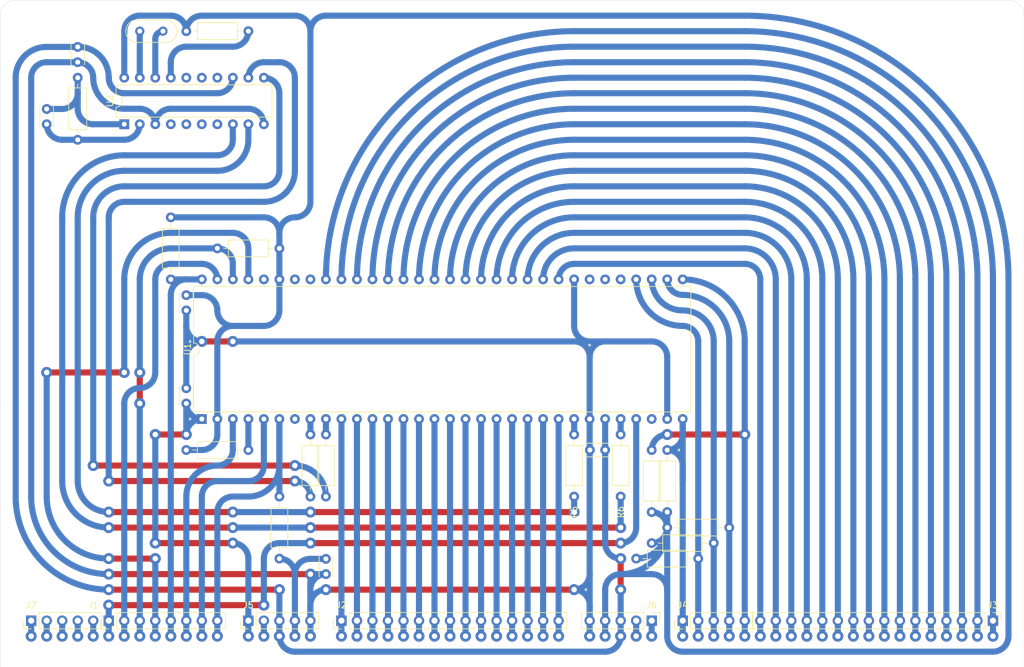
<source format=kicad_pcb>
(kicad_pcb (version 20241229) (generator "pcbnew") (generator_version "9.0")
  (layers (0 "F.Cu" signal) (2 "B.Cu" signal) (13 "F.Paste" user) (15 "B.Paste" user) (5 "F.SilkS" user "F.Silkscreen") (7 "B.SilkS" user "B.Silkscreen") (1 "F.Mask" user) (3 "B.Mask" user) (25 "Edge.Cuts" user))
  (net 0 "")
  (net 1 "Net-(U2-Tank_1)")
  (net 2 "Net-(U2-Tank_2)")
  (net 3 "GND")
  (net 4 "-5V")
  (net 5 "+12V")
  (net 6 "+5V")
  (net 7 "/{slash}HOLD")
  (net 8 "/WAIT")
  (net 9 "/HOLDA")
  (net 10 "/READY")
  (net 11 "/{slash}RESET")
  (net 12 "/DBIN")
  (net 13 "/{slash}WE")
  (net 14 "/{slash}MEMIN")
  (net 15 "/AD10")
  (net 16 "/AD8")
  (net 17 "/AD15")
  (net 18 "/AD3")
  (net 19 "/AD2")
  (net 20 "/AD7")
  (net 21 "/AD13")
  (net 22 "/AD4")
  (net 23 "/AD5")
  (net 24 "/AD14")
  (net 25 "/AD12")
  (net 26 "/AD1")
  (net 27 "/AD9")
  (net 28 "/AD11")
  (net 29 "/AD6")
  (net 30 "/DA5")
  (net 31 "/DA7")
  (net 32 "/DA15")
  (net 33 "/DA8")
  (net 34 "/DA2")
  (net 35 "/DA1")
  (net 36 "/DA14")
  (net 37 "/DA10")
  (net 38 "/DA0")
  (net 39 "/DA6")
  (net 40 "/DA4")
  (net 41 "/DA3")
  (net 42 "/DA13")
  (net 43 "/DA12")
  (net 44 "/DA9")
  (net 45 "/DA11")
  (net 46 "/IC2")
  (net 47 "/IC1")
  (net 48 "/IC3")
  (net 49 "/IC0")
  (net 50 "/IRQ")
  (net 51 "-12V")
  (net 52 "unconnected-(J7-Pin_2-Pad2)")
  (net 53 "unconnected-(J7-Pin_4-Pad4)")
  (net 54 "unconnected-(J7-Pin_5-Pad5)")
  (net 55 "unconnected-(J7-Pin_1-Pad1)")
  (net 56 "unconnected-(J7-Pin_3-Pad3)")
  (net 57 "Net-(U1-LOAD)")
  (net 58 "Net-(U1-PHI1)")
  (net 59 "Net-(U2-PHI1)")
  (net 60 "Net-(U2-PHI2)")
  (net 61 "Net-(U1-PHI2)")
  (net 62 "Net-(U1-PHI4)")
  (net 63 "Net-(U2-PHI4)")
  (net 64 "Net-(U1-PHI3)")
  (net 65 "Net-(U2-PHI3)")
  (net 66 "Net-(U2-OSCIN)")
  (net 80 "Net-(U2-XTAL_2)")
  (net 82 "Net-(U2-XTAL_1)")
  (footprint "Capacitor_THT:C_Disc_D3.0mm_W2.0mm_P2.50mm" (layer "F.Cu") (at 469.9 241.3 90)
    (property "Reference" "C2" (hide yes))
    (property "Value" "104")
  )
  (footprint "Resistor_THT:R_Axial_DIN0207_L6.3mm_D2.5mm_P10.16mm_Horizontal" (layer "F.Cu") (at 480.06 180.34 180)
    (property "Reference" "R7" (hide yes))
    (property "Value" "1k")
  )
  (footprint "Resistor_THT:R_Axial_DIN0207_L6.3mm_D2.5mm_P10.16mm_Horizontal" (layer "F.Cu") (at 546.1 248.92 -90)
    (property "Reference" "R12" (hide yes))
    (property "Value" "4.7k")
  )
  (footprint "Capacitor_THT:C_Disc_D3.0mm_W2.0mm_P2.50mm" (layer "F.Cu") (at 492.76 266.74 -90)
    (property "Reference" "C6" (hide yes))
    (property "Value" "104")
  )
  (footprint "Connector_PinHeader_2.54mm:PinHeader_1x05_P2.54mm_Vertical" (layer "F.Cu") (at 480.06 276.86 90)
    (property "Reference" "J5")
    (property "Value" "Conn_01x05_Pin" (hide yes))
  )
  (footprint "Connector_PinHeader_2.54mm:PinHeader_1x15_P2.54mm_Vertical" (layer "F.Cu") (at 495.3 276.86 90)
    (property "Reference" "J2")
    (property "Value" "Conn_01x15_Pin" (hide yes))
  )
  (footprint "Resistor_THT:R_Axial_DIN0207_L6.3mm_D2.5mm_P10.16mm_Horizontal" (layer "F.Cu") (at 548.64 248.92 -90)
    (property "Reference" "R8" (hide yes))
    (property "Value" "4.7k")
  )
  (footprint "Resistor_THT:R_Axial_DIN0207_L6.3mm_D2.5mm_P10.16mm_Horizontal" (layer "F.Cu") (at 467.36 220.98 90)
    (property "Reference" "R13" (hide yes))
    (property "Value" "1k")
  )
  (footprint "Resistor_THT:R_Axial_DIN0207_L6.3mm_D2.5mm_P10.16mm_Horizontal" (layer "F.Cu") (at 492.76 256.54 90)
    (property "Reference" "R4" (hide yes))
    (property "Value" "22")
  )
  (footprint "Resistor_THT:R_Axial_DIN0207_L6.3mm_D2.5mm_P10.16mm_Horizontal" (layer "F.Cu") (at 485.14 266.7 90)
    (property "Reference" "R2" (hide yes))
    (property "Value" "1k")
  )
  (footprint "Resistor_THT:R_Axial_DIN0207_L6.3mm_D2.5mm_P10.16mm_Horizontal" (layer "F.Cu") (at 533.4 256.54 90)
    (property "Reference" "R5")
    (property "Value" "22")
  )
  (footprint "Connector_PinHeader_2.54mm:PinHeader_1x16_P2.54mm_Vertical" (layer "F.Cu") (at 601.98 276.86 -90)
    (property "Reference" "J3")
    (property "Value" "Conn_01x16_Pin" (hide yes))
  )
  (footprint "Capacitor_THT:C_Disc_D3.0mm_W2.0mm_P2.50mm" (layer "F.Cu") (at 469.9 223.56 -90)
    (property "Reference" "C4" (hide yes))
    (property "Value" "104")
  )
  (footprint "Capacitor_THT:C_Disc_D3.0mm_W2.0mm_P2.50mm" (layer "F.Cu") (at 452.12 182.92 -90)
    (property "Reference" "C3" (hide yes))
    (property "Value" "104")
  )
  (footprint "Resistor_THT:R_Axial_DIN0207_L6.3mm_D2.5mm_P10.16mm_Horizontal" (layer "F.Cu") (at 469.9 248.92)
    (property "Reference" "R1" (hide yes))
    (property "Value" "1k")
  )
  (footprint "Resistor_THT:R_Axial_DIN0207_L6.3mm_D2.5mm_P10.16mm_Horizontal" (layer "F.Cu") (at 490.22 256.54 90)
    (property "Reference" "R3" (hide yes))
    (property "Value" "22")
  )
  (footprint "Capacitor_THT:C_Disc_D3.0mm_W2.0mm_P2.50mm" (layer "F.Cu") (at 447.04 193.08 -90)
    (property "Reference" "C1" (hide yes))
    (property "Value" "1pF")
  )
  (footprint "Crystal:Crystal_HC52-U_Vertical" (layer "F.Cu") (at 466.08 180.34 180)
    (property "Reference" "Y1" (hide yes))
    (property "Value" "16MHz")
  )
  (footprint "Package_DIP:DIP-64_W22.86mm" (layer "F.Cu") (at 472.44 243.84 90)
    (property "Reference" "U1")
    (property "Value" "TMS9900")
  )
  (footprint "Connector_PinHeader_2.54mm:PinHeader_1x05_P2.54mm_Vertical" (layer "F.Cu") (at 444.5 276.86 90)
    (property "Reference" "J7")
    (property "Value" "Conn_01x05_Pin" (hide yes))
  )
  (footprint "Resistor_THT:R_Axial_DIN0207_L6.3mm_D2.5mm_P10.16mm_Horizontal" (layer "F.Cu") (at 541.02 256.54 90)
    (property "Reference" "R6")
    (property "Value" "22")
  )
  (footprint "Connector_PinHeader_2.54mm:PinHeader_1x08_P2.54mm_Vertical" (layer "F.Cu") (at 457.2 276.86 90)
    (property "Reference" "J1")
    (property "Value" "Conn_01x08_Pin" (hide yes))
  )
  (footprint "Inductor_THT:L_Axial_L6.6mm_D2.7mm_P10.16mm_Horizontal_Vishay_IM-2" (layer "F.Cu") (at 452.12 187.96 -90)
    (property "Reference" "L1" (hide yes))
    (property "Value" "1uH")
  )
  (footprint "Resistor_THT:R_Axial_DIN0207_L6.3mm_D2.5mm_P10.16mm_Horizontal" (layer "F.Cu") (at 556.26 264.16 180)
    (property "Reference" "R10" (hide yes))
    (property "Value" "4.7k")
  )
  (footprint "Package_DIP:DIP-20_W7.62mm" (layer "F.Cu") (at 459.74 195.58 90)
    (property "Reference" "U2")
    (property "Value" "TMS9904")
  )
  (footprint "Connector_PinHeader_2.54mm:PinHeader_1x05_P2.54mm_Vertical" (layer "F.Cu") (at 551.18 276.86 90)
    (property "Reference" "J4")
    (property "Value" "Conn_01x05_Pin" (hide yes))
  )
  (footprint "Capacitor_THT:C_Disc_D3.0mm_W2.0mm_P2.50mm" (layer "F.Cu") (at 538.48 248.92 180)
    (property "Reference" "C5" (hide yes))
    (property "Value" "104")
  )
  (footprint "Resistor_THT:R_Axial_DIN0207_L6.3mm_D2.5mm_P10.16mm_Horizontal" (layer "F.Cu") (at 553.72 266.7 180)
    (property "Reference" "R9" (hide yes))
    (property "Value" "4.7k")
  )
  (footprint "Resistor_THT:R_Axial_DIN0207_L6.3mm_D2.5mm_P10.16mm_Horizontal" (layer "F.Cu") (at 474.98 215.9)
    (property "Reference" "R14" (hide yes))
    (property "Value" "1k")
  )
  (footprint "Resistor_THT:R_Axial_DIN0207_L6.3mm_D2.5mm_P10.16mm_Horizontal" (layer "F.Cu") (at 558.8 261.62 180)
    (property "Reference" "R11" (hide yes))
    (property "Value" "4.7k")
  )
  (footprint "Connector_PinHeader_2.54mm:PinHeader_1x05_P2.54mm_Vertical" (layer "F.Cu") (at 546.1 276.86 -90)
    (property "Reference" "J6")
    (property "Value" "Conn_01x05_Pin" (hide yes))
  )
  (gr_line (start 607.06 281.94) (end 607.06 284.48) (stroke (width 0.05)) (layer "Edge.Cuts"))
  (gr_line (start 441.96 175.26) (end 444.5 175.26) (stroke (width 0.05)) (layer "Edge.Cuts"))
  (gr_arc (start 604.52 175.26) (mid 606.316051 176.003949) (end 607.06 177.8) (stroke (width 0.05)) (layer "Edge.Cuts"))
  (gr_line (start 604.52 175.26) (end 444.5 175.26) (stroke (width 0.05)) (layer "Edge.Cuts"))
  (gr_line (start 607.06 284.48) (end 439.42 284.48) (stroke (width 0.05)) (layer "Edge.Cuts"))
  (gr_line (start 439.42 241.3) (end 439.42 177.8) (stroke (width 0.05)) (layer "Edge.Cuts"))
  (gr_line (start 439.42 284.48) (end 439.42 281.94) (stroke (width 0.05)) (layer "Edge.Cuts"))
  (gr_arc (start 439.42 177.8) (mid 440.163949 176.003949) (end 441.96 175.26) (stroke (width 0.05)) (layer "Edge.Cuts"))
  (gr_line (start 439.42 281.94) (end 439.42 241.3) (stroke (width 0.05)) (layer "Edge.Cuts"))
  (gr_line (start 607.06 281.94) (end 607.06 182.88) (stroke (width 0.05)) (layer "Edge.Cuts"))
  (gr_line (start 607.06 182.88) (end 607.06 177.8) (stroke (width 0.05)) (layer "Edge.Cuts"))
  (segment (start 452.12 190.5) (end 452.12 187.96) (width 1) (layer "B.Cu") (net 1))
  (segment (start 459.74 195.58) (end 454.66 195.58) (width 1) (layer "B.Cu") (net 1))
  (segment (start 447.04 193.08) (end 449.54 193.08) (width 1) (layer "B.Cu") (net 1))
  (segment (start 452.12 193.04) (end 452.12 190.5) (width 1) (layer "B.Cu") (net 1))
  (arc (start 454.66 195.58) (mid 452.863949 194.836051) (end 452.12 193.04) (width 1) (layer "B.Cu") (net 1))
  (arc (start 449.54 193.08) (mid 451.364335 192.324335) (end 452.12 190.5) (width 1) (layer "B.Cu") (net 1))
  (segment (start 459.74 198.12) (end 452.12 198.12) (width 1) (layer "B.Cu") (net 2))
  (segment (start 452.12 198.12) (end 449.58 198.12) (width 1) (layer "B.Cu") (net 2))
  (arc (start 449.58 198.12) (mid 447.783949 197.376051) (end 447.04 195.58) (width 1) (layer "B.Cu") (net 2))
  (arc (start 462.28 195.58) (mid 461.536051 197.376051) (end 459.74 198.12) (width 1) (layer "B.Cu") (net 2))
  (segment (start 457.2 269.24) (end 490.22 269.24) (width 1) (layer "F.Cu") (net 3))
  (segment (start 477.52 231.14) (end 472.44 231.14) (width 1) (layer "F.Cu") (net 3))
  (segment (start 492.76 271.78) (end 533.4 271.78) (width 1) (layer "F.Cu") (net 3))
  (via (at 533.4 271.78) (size 1.8) (drill 0.9) (layers "F.Cu" "B.Cu") (net 3))
  (via (at 457.2 269.24) (size 1.8) (drill 0.9) (layers "F.Cu" "B.Cu") (net 3))
  (via (at 472.44 231.14) (size 1.8) (drill 0.9) (layers "F.Cu" "B.Cu") (net 3))
  (via (at 490.22 279.4) (size 1.8) (drill 0.9) (layers "F.Cu" "B.Cu") (net 3))
  (via (at 477.52 231.14) (size 1.8) (drill 0.9) (layers "F.Cu" "B.Cu") (net 3))
  (via (at 535.94 279.4) (size 1.8) (drill 0.9) (layers "F.Cu" "B.Cu") (net 3))
  (via (at 492.76 271.78) (size 1.8) (drill 0.9) (layers "F.Cu" "B.Cu") (net 3))
  (via (at 490.22 269.24) (size 1.8) (drill 0.9) (layers "F.Cu" "B.Cu") (net 3))
  (segment (start 535.94 276.86) (end 535.94 274.32) (width 1) (layer "B.Cu") (net 3))
  (segment (start 444.5 187.96) (end 444.5 256.54) (width 1) (layer "B.Cu") (net 3))
  (segment (start 492.76 269.24) (end 490.22 269.24) (width 1) (layer "B.Cu") (net 3))
  (segment (start 535.94 279.4) (end 535.94 276.86) (width 1) (layer "B.Cu") (net 3))
  (segment (start 452.12 185.42) (end 447.04 185.42) (width 1) (layer "B.Cu") (net 3))
  (segment (start 535.94 243.84) (end 535.94 233.68) (width 1) (layer "B.Cu") (net 3))
  (segment (start 490.22 276.86) (end 490.22 270.727898) (width 1) (layer "B.Cu") (net 3))
  (segment (start 490.22 269.24) (end 490.22 271.78) (width 1) (layer "B.Cu") (net 3))
  (segment (start 469.9 228.6) (end 469.9 226.06) (width 1) (layer "B.Cu") (net 3))
  (segment (start 469.9 238.8) (end 469.9 233.68) (width 1) (layer "B.Cu") (net 3))
  (segment (start 533.4 228.6) (end 533.4 220.98) (width 1) (layer "B.Cu") (net 3))
  (segment (start 535.94 248.96) (end 535.94 269.24) (width 1) (layer "B.Cu") (net 3))
  (segment (start 480.06 193.04) (end 467.36 193.04) (width 1) (layer "B.Cu") (net 3))
  (segment (start 535.94 269.24) (end 535.94 276.86) (width 1) (layer "B.Cu") (net 3))
  (segment (start 538.48 231.14) (end 535.94 231.14) (width 1) (layer "B.Cu") (net 3))
  (segment (start 546.1 231.14) (end 538.48 231.14) (width 1) (layer "B.Cu") (net 3))
  (segment (start 469.9 233.68) (end 469.9 228.6) (width 1) (layer "B.Cu") (net 3))
  (segment (start 459.739994 193.04) (end 462.28 193.04) (width 1) (layer "B.Cu") (net 3))
  (segment (start 548.64 243.84) (end 548.64 233.68) (width 1) (layer "B.Cu") (net 3))
  (segment (start 535.94 243.84) (end 535.94 248.88) (width 1) (layer "B.Cu") (net 3))
  (segment (start 533.4 231.14) (end 477.52 231.14) (width 1) (layer "B.Cu") (net 3))
  (segment (start 490.22 279.4) (end 490.22 276.86) (width 1) (layer "B.Cu") (net 3))
  (segment (start 490.22 276.86) (end 490.22 274.32) (width 1) (layer "B.Cu") (net 3))
  (segment (start 490.22 271.78) (end 490.22 276.86) (width 1) (layer "B.Cu") (net 3))
  (arc (start 454.66 187.96) (mid 456.147896 191.552104) (end 459.739994 193.04) (width 1) (layer "B.Cu") (net 3))
  (arc (start 492.76 269.24) (mid 490.963949 269.983949) (end 490.22 271.78) (width 1) (layer "B.Cu") (net 3))
  (arc (start 535.98 248.92) (mid 535.951716 248.931716) (end 535.94 248.96) (width 1) (layer "B.Cu") (net 3))
  (arc (start 462.28 193.04) (mid 464.076051 193.783949) (end 464.82 195.58) (width 1) (layer "B.Cu") (net 3))
  (arc (start 535.94 248.88) (mid 535.951716 248.908284) (end 535.98 248.92) (width 1) (layer "B.Cu") (net 3))
  (arc (start 535.94 233.68) (mid 535.196051 231.883949) (end 533.4 231.14) (width 1) (layer "B.Cu") (net 3))
  (arc (start 482.6 195.58) (mid 481.856051 193.783949) (end 480.06 193.04) (width 1) (layer "B.Cu") (net 3))
  (arc (start 490.22 274.32) (mid 490.963949 272.523949) (end 492.76 271.78) (width 1) (layer "B.Cu") (net 3))
  (arc (start 533.4 271.78) (mid 535.196051 271.036051) (end 535.94 269.24) (width 1) (layer "B.Cu") (net 3))
  (arc (start 452.12 185.42) (mid 453.916051 186.163949) (end 454.66 187.96) (width 1) (layer "B.Cu") (net 3))
  (arc (start 444.5 256.54) (mid 448.219744 265.520256) (end 457.2 269.24) (width 1) (layer "B.Cu") (net 3))
  (arc (start 447.04 185.42) (mid 445.243949 186.163949) (end 444.5 187.96) (width 1) (layer "B.Cu") (net 3))
  (arc (start 535.94 274.32) (mid 535.196051 272.523949) (end 533.4 271.78) (width 1) (layer "B.Cu") (net 3))
  (arc (start 472.44 231.14) (mid 470.643949 231.883949) (end 469.9 233.68) (width 1) (layer "B.Cu") (net 3))
  (arc (start 548.64 233.68) (mid 547.896051 231.883949) (end 546.1 231.14) (width 1) (layer "B.Cu") (net 3))
  (arc (start 535.94 233.68) (mid 536.683949 231.883949) (end 538.48 231.14) (width 1) (layer "B.Cu") (net 3))
  (arc (start 472.44 231.14) (mid 470.643949 230.396051) (end 469.9 228.6) (width 1) (layer "B.Cu") (net 3))
  (arc (start 535.94 231.14) (mid 534.143949 230.396051) (end 533.4 228.6) (width 1) (layer "B.Cu") (net 3))
  (arc (start 490.22 270.727898) (mid 490.437898 270.201847) (end 490.963949 269.983949) (width 1) (layer "B.Cu") (net 3))
  (arc (start 467.36 193.04) (mid 465.563949 193.783949) (end 464.82 195.58) (width 1) (layer "B.Cu") (net 3))
  (segment (start 464.82 246.38) (end 469.9 246.38) (width 1) (layer "F.Cu") (net 4))
  (segment (start 477.52 264.16) (end 464.82 264.16) (width 1) (layer "F.Cu") (net 4))
  (via (at 469.9 246.38) (size 1.8) (drill 0.9) (layers "F.Cu" "B.Cu") (net 4))
  (via (at 464.82 264.16) (size 1.8) (drill 0.9) (layers "F.Cu" "B.Cu") (net 4))
  (via (at 477.52 264.16) (size 1.8) (drill 0.9) (layers "F.Cu" "B.Cu") (net 4))
  (via (at 480.06 279.4) (size 1.8) (drill 0.9) (layers "F.Cu" "B.Cu") (net 4))
  (via (at 464.82 246.38) (size 1.8) (drill 0.9) (layers "F.Cu" "B.Cu") (net 4))
  (via (at 546.1 279.4) (size 1.8) (drill 0.9) (layers "F.Cu" "B.Cu") (net 4))
  (segment (start 480.06 276.86) (end 480.06 266.7) (width 1) (layer "B.Cu") (net 4))
  (segment (start 546.1 279.4) (end 546.1 276.86) (width 1) (layer "B.Cu") (net 4))
  (segment (start 464.82 264.16) (end 464.82 246.38) (width 1) (layer "B.Cu") (net 4))
  (segment (start 469.9 246.38) (end 469.9 241.3) (width 1) (layer "B.Cu") (net 4))
  (segment (start 480.06 279.4) (end 480.06 276.86) (width 1) (layer "B.Cu") (net 4))
  (arc (start 472.44 243.84) (mid 470.643949 243.096051) (end 469.9 241.3) (width 1) (layer "B.Cu") (net 4))
  (arc (start 480.06 266.7) (mid 479.316051 264.903949) (end 477.52 264.16) (width 1) (layer "B.Cu") (net 4))
  (arc (start 472.44 243.84) (mid 470.643949 244.583949) (end 469.9 246.38) (width 1) (layer "B.Cu") (net 4))
  (segment (start 485.14 271.78) (end 457.2 271.78) (width 1) (layer "F.Cu") (net 5))
  (segment (start 541.02 271.78) (end 541.02 266.7) (width 1) (layer "F.Cu") (net 5))
  (via (at 457.2 271.78) (size 1.8) (drill 0.9) (layers "F.Cu" "B.Cu") (net 5))
  (via (at 541.02 266.7) (size 1.8) (drill 0.9) (layers "F.Cu" "B.Cu") (net 5))
  (via (at 485.14 271.78) (size 1.8) (drill 0.9) (layers "F.Cu" "B.Cu") (net 5))
  (via (at 541.02 279.4) (size 1.8) (drill 0.9) (layers "F.Cu" "B.Cu") (net 5))
  (via (at 485.14 279.4) (size 1.8) (drill 0.9) (layers "F.Cu" "B.Cu") (net 5))
  (via (at 541.02 271.78) (size 1.8) (drill 0.9) (layers "F.Cu" "B.Cu") (net 5))
  (segment (start 538.48 248.92) (end 538.48 243.84) (width 1) (layer "B.Cu") (net 5))
  (segment (start 485.14 276.86) (end 485.14 271.78) (width 1) (layer "B.Cu") (net 5))
  (segment (start 487.68 281.94) (end 538.48 281.94) (width 1) (layer "B.Cu") (net 5))
  (segment (start 474.98 190.5) (end 459.74 190.5) (width 1) (layer "B.Cu") (net 5))
  (segment (start 485.14 279.4) (end 485.14 276.86) (width 1) (layer "B.Cu") (net 5))
  (segment (start 441.96 256.54) (end 441.96 187.96) (width 1) (layer "B.Cu") (net 5))
  (segment (start 541.02 276.86) (end 541.02 271.78) (width 1) (layer "B.Cu") (net 5))
  (segment (start 541.02 279.4) (end 541.02 276.86) (width 1) (layer "B.Cu") (net 5))
  (segment (start 457.2 187.96) (end 457.2 187.919997) (width 1) (layer "B.Cu") (net 5))
  (segment (start 538.48 248.92) (end 538.48 264.16) (width 1) (layer "B.Cu") (net 5))
  (segment (start 447 182.92) (end 452.12 182.92) (width 1) (layer "B.Cu") (net 5))
  (arc (start 459.74 190.5) (mid 457.943949 189.756051) (end 457.2 187.96) (width 1) (layer "B.Cu") (net 5))
  (arc (start 485.14 279.4) (mid 485.883949 281.196051) (end 487.68 281.94) (width 1) (layer "B.Cu") (net 5))
  (arc (start 452.16 182.88) (mid 452.131716 182.891716) (end 452.12 182.92) (width 1) (layer "B.Cu") (net 5))
  (arc (start 538.48 281.94) (mid 540.276051 281.196051) (end 541.02 279.4) (width 1) (layer "B.Cu") (net 5))
  (arc (start 441.96 187.96) (mid 443.436182 184.396182) (end 447 182.92) (width 1) (layer "B.Cu") (net 5))
  (arc (start 538.48 264.16) (mid 539.223949 265.956051) (end 541.02 266.7) (width 1) (layer "B.Cu") (net 5))
  (arc (start 457.2 271.78) (mid 446.423693 267.316307) (end 441.96 256.54) (width 1) (layer "B.Cu") (net 5))
  (arc (start 477.52 187.96) (mid 476.776051 189.756051) (end 474.98 190.5) (width 1) (layer "B.Cu") (net 5))
  (arc (start 457.2 187.919997) (mid 455.723819 184.356181) (end 452.16 182.88) (width 1) (layer "B.Cu") (net 5))
  (via (at 487.68 279.4) (size 1.8) (drill 0.9) (layers "F.Cu" "B.Cu") (net 6))
  (via (at 538.48 279.4) (size 1.8) (drill 0.9) (layers "F.Cu" "B.Cu") (net 6))
  (segment (start 551.18 281.94) (end 601.98 281.94) (width 1) (layer "B.Cu") (net 6))
  (segment (start 472.44 248.92) (end 469.9 248.92) (width 1) (layer "B.Cu") (net 6))
  (segment (start 487.68 269.24) (end 487.68 269.2) (width 1) (layer "B.Cu") (net 6))
  (segment (start 459.74 180.34) (end 459.74 187.96) (width 1) (layer "B.Cu") (net 6))
  (segment (start 474.98 243.84) (end 474.98 246.38) (width 1) (layer "B.Cu") (net 6))
  (segment (start 485.14 226.06) (end 485.14 220.98) (width 1) (layer "B.Cu") (net 6))
  (segment (start 487.68 279.4) (end 487.68 276.86) (width 1) (layer "B.Cu") (net 6))
  (segment (start 469.9 223.56) (end 472.48 223.56) (width 1) (layer "B.Cu") (net 6))
  (segment (start 541.02 269.24) (end 546.1 269.24) (width 1) (layer "B.Cu") (net 6))
  (segment (start 490.22 208.28) (end 490.22 182.88) (width 1) (layer "B.Cu") (net 6))
  (segment (start 492.76 266.74) (end 490.18 266.74) (width 1) (layer "B.Cu") (net 6))
  (segment (start 538.48 279.4) (end 538.48 276.86) (width 1) (layer "B.Cu") (net 6))
  (segment (start 548.64 261.62) (end 548.64 271.78) (width 1) (layer "B.Cu") (net 6))
  (segment (start 490.22 182.88) (end 490.22 180.34) (width 1) (layer "B.Cu") (net 6))
  (segment (start 548.64 271.78) (end 548.64 279.4) (width 1) (layer "B.Cu") (net 6))
  (segment (start 485.14 215.9) (end 485.14 220.98) (width 1) (layer "B.Cu") (net 6))
  (segment (start 467.36 177.8) (end 462.28 177.8) (width 1) (layer "B.Cu") (net 6))
  (segment (start 474.98 243.84) (end 474.98 231.14) (width 1) (layer "B.Cu") (net 6))
  (segment (start 561.34 177.8) (end 492.76 177.8) (width 1) (layer "B.Cu") (net 6))
  (segment (start 485.14 215.9) (end 485.14 213.36) (width 1) (layer "B.Cu") (net 6))
  (segment (start 482.6 210.82) (end 467.36 210.82) (width 1) (layer "B.Cu") (net 6))
  (segment (start 604.52 279.4) (end 604.52 220.98) (width 1) (layer "B.Cu") (net 6))
  (segment (start 548.64 259.08) (end 548.64 261.62) (width 1) (layer "B.Cu") (net 6))
  (segment (start 477.52 228.6) (end 482.6 228.6) (width 1) (layer "B.Cu") (net 6))
  (segment (start 487.68 177.8) (end 472.44 177.8) (width 1) (layer "B.Cu") (net 6))
  (segment (start 487.68 269.24) (end 487.68 276.86) (width 1) (layer "B.Cu") (net 6))
  (segment (start 538.48 276.86) (end 538.48 271.78) (width 1) (layer "B.Cu") (net 6))
  (arc (start 490.18 266.74) (mid 488.412233 267.472233) (end 487.68 269.24) (width 1) (layer "B.Cu") (net 6))
  (arc (start 485.14 213.36) (mid 484.396051 211.563949) (end 482.6 210.82) (width 1) (layer "B.Cu") (net 6))
  (arc (start 472.44 177.8) (mid 470.643949 178.543949) (end 469.9 180.34) (width 1) (layer "B.Cu") (net 6))
  (arc (start 482.6 228.6) (mid 484.396051 227.856051) (end 485.14 226.06) (width 1) (layer "B.Cu") (net 6))
  (arc (start 487.68 210.82) (mid 489.476051 210.076051) (end 490.22 208.28) (width 1) (layer "B.Cu") (net 6))
  (arc (start 546.1 259.08) (mid 547.896051 259.823949) (end 548.64 261.62) (width 1) (layer "B.Cu") (net 6))
  (arc (start 546.1 264.16) (mid 547.896051 263.416051) (end 548.64 261.62) (width 1) (layer "B.Cu") (net 6))
  (arc (start 541.02 269.24) (mid 546.408154 267.008154) (end 548.64 261.62) (width 1) (layer "B.Cu") (net 6))
  (arc (start 485.14 213.36) (mid 485.883949 211.563949) (end 487.68 210.82) (width 1) (layer "B.Cu") (net 6))
  (arc (start 548.64 279.4) (mid 549.383949 281.196051) (end 551.18 281.94) (width 1) (layer "B.Cu") (net 6))
  (arc (start 472.48 223.56) (mid 474.247767 224.292233) (end 474.98 226.06) (width 1) (layer "B.Cu") (net 6))
  (arc (start 462.28 177.8) (mid 460.483949 178.543949) (end 459.74 180.34) (width 1) (layer "B.Cu") (net 6))
  (arc (start 474.98 246.38) (mid 474.236051 248.176051) (end 472.44 248.92) (width 1) (layer "B.Cu") (net 6))
  (arc (start 490.22 180.34) (mid 489.476051 178.543949) (end 487.68 177.8) (width 1) (layer "B.Cu") (net 6))
  (arc (start 538.48 271.78) (mid 539.223949 269.983949) (end 541.02 269.24) (width 1) (layer "B.Cu") (net 6))
  (arc (start 474.98 226.06) (mid 475.723949 227.856051) (end 477.52 228.6) (width 1) (layer "B.Cu") (net 6))
  (arc (start 492.76 177.8) (mid 490.963949 178.543949) (end 490.22 180.34) (width 1) (layer "B.Cu") (net 6))
  (arc (start 601.98 281.94) (mid 603.776051 281.196051) (end 604.52 279.4) (width 1) (layer "B.Cu") (net 6))
  (arc (start 604.52 220.98) (mid 591.872871 190.447129) (end 561.34 177.8) (width 1) (layer "B.Cu") (net 6))
  (arc (start 546.1 269.24) (mid 547.896051 269.983949) (end 548.64 271.78) (width 1) (layer "B.Cu") (net 6))
  (arc (start 485.14 266.7) (mid 486.936051 267.443949) (end 487.68 269.24) (width 1) (layer "B.Cu") (net 6))
  (arc (start 469.9 180.34) (mid 469.156051 178.543949) (end 467.36 177.8) (width 1) (layer "B.Cu") (net 6))
  (arc (start 543.56 266.7) (mid 547.152102 265.212102) (end 548.64 261.62) (width 1) (layer "B.Cu") (net 6))
  (arc (start 474.98 231.14) (mid 475.723949 229.343949) (end 477.52 228.6) (width 1) (layer "B.Cu") (net 6))
  (via (at 467.36 279.4) (size 1.8) (drill 0.9) (layers "F.Cu" "B.Cu") (net 7))
  (segment (start 469.9 220.98) (end 467.36 220.98) (width 1) (layer "B.Cu") (net 7))
  (segment (start 472.44 220.98) (end 469.9 220.98) (width 1) (layer "B.Cu") (net 7))
  (segment (start 467.36 279.4) (end 467.36 276.86) (width 1) (layer "B.Cu") (net 7))
  (segment (start 467.36 223.52) (end 467.36 276.86) (width 1) (layer "B.Cu") (net 7))
  (arc (start 467.36 223.52) (mid 468.103949 221.723949) (end 469.9 220.98) (width 1) (layer "B.Cu") (net 7))
  (via (at 469.9 279.4) (size 1.8) (drill 0.9) (layers "F.Cu" "B.Cu") (net 8))
  (segment (start 469.9 279.4) (end 469.9 276.86) (width 1) (layer "B.Cu") (net 8))
  (segment (start 477.52 248.92) (end 477.52 243.84) (width 1) (layer "B.Cu") (net 8))
  (segment (start 469.9 256.54) (end 469.9 276.86) (width 1) (layer "B.Cu") (net 8))
  (arc (start 474.98 251.46) (mid 476.776051 250.716051) (end 477.52 248.92) (width 1) (layer "B.Cu") (net 8))
  (arc (start 469.9 256.540003) (mid 471.387898 252.947898) (end 474.98 251.46) (width 1) (layer "B.Cu") (net 8))
  (via (at 472.44 279.4) (size 1.8) (drill 0.9) (layers "F.Cu" "B.Cu") (net 9))
  (segment (start 472.44 256.54) (end 472.44 276.86) (width 1) (layer "B.Cu") (net 9))
  (segment (start 482.6 243.84) (end 482.6 251.46) (width 1) (layer "B.Cu") (net 9))
  (segment (start 472.44 279.4) (end 472.44 276.86) (width 1) (layer "B.Cu") (net 9))
  (segment (start 480.06 254) (end 474.98 254) (width 1) (layer "B.Cu") (net 9))
  (arc (start 474.98 254) (mid 473.183949 254.743949) (end 472.44 256.54) (width 1) (layer "B.Cu") (net 9))
  (arc (start 482.6 251.46) (mid 481.856051 253.256051) (end 480.06 254) (width 1) (layer "B.Cu") (net 9))
  (segment (start 462.28 241.3) (end 462.28 236.22) (width 1) (layer "F.Cu") (net 10))
  (via (at 462.28 236.22) (size 1.8) (drill 0.9) (layers "F.Cu" "B.Cu") (net 10))
  (via (at 462.28 241.3) (size 1.8) (drill 0.9) (layers "F.Cu" "B.Cu") (net 10))
  (via (at 462.28 279.4) (size 1.8) (drill 0.9) (layers "F.Cu" "B.Cu") (net 10))
  (segment (start 474.98 215.9) (end 467.36 215.9) (width 1) (layer "B.Cu") (net 10))
  (segment (start 462.28 279.4) (end 462.28 276.86) (width 1) (layer "B.Cu") (net 10))
  (segment (start 462.28 236.22) (end 462.28 220.98) (width 1) (layer "B.Cu") (net 10))
  (segment (start 477.52 220.98) (end 477.52 218.44) (width 1) (layer "B.Cu") (net 10))
  (segment (start 462.28 241.3) (end 462.28 276.86) (width 1) (layer "B.Cu") (net 10))
  (arc (start 477.52 218.44) (mid 476.776051 216.643949) (end 474.98 215.9) (width 1) (layer "B.Cu") (net 10))
  (arc (start 467.36 215.9) (mid 463.767898 217.387898) (end 462.28 220.98) (width 1) (layer "B.Cu") (net 10))
  (via (at 474.98 279.4) (size 1.8) (drill 0.9) (layers "F.Cu" "B.Cu") (net 11))
  (segment (start 485.14 256.54) (end 485.14 243.84) (width 1) (layer "B.Cu") (net 11))
  (segment (start 474.98 259.08) (end 474.98 276.86) (width 1) (layer "B.Cu") (net 11))
  (segment (start 485.14 243.84) (end 485.14 251.46) (width 1) (layer "B.Cu") (net 11))
  (segment (start 474.98 279.4) (end 474.98 276.86) (width 1) (layer "B.Cu") (net 11))
  (segment (start 480.06 256.54) (end 477.52 256.54) (width 1) (layer "B.Cu") (net 11))
  (arc (start 485.14 251.46) (mid 483.652102 255.052102) (end 480.06 256.54) (width 1) (layer "B.Cu") (net 11))
  (arc (start 477.52 256.54) (mid 475.723949 257.283949) (end 474.98 259.08) (width 1) (layer "B.Cu") (net 11))
  (segment (start 541.02 264.16) (end 490.22 264.16) (width 1) (layer "F.Cu") (net 12))
  (segment (start 457.2 274.32) (end 482.6 274.32) (width 1) (layer "F.Cu") (net 12))
  (via (at 482.6 274.32) (size 1.8) (drill 0.9) (layers "F.Cu" "B.Cu") (net 12))
  (via (at 541.02 264.16) (size 1.8) (drill 0.9) (layers "F.Cu" "B.Cu") (net 12))
  (via (at 490.22 264.16) (size 1.8) (drill 0.9) (layers "F.Cu" "B.Cu") (net 12))
  (via (at 457.2 274.32) (size 1.8) (drill 0.9) (layers "F.Cu" "B.Cu") (net 12))
  (via (at 457.2 279.4) (size 1.8) (drill 0.9) (layers "F.Cu" "B.Cu") (net 12))
  (segment (start 543.56 261.62) (end 543.56 243.84) (width 1) (layer "B.Cu") (net 12))
  (segment (start 457.2 279.4) (end 457.2 276.86) (width 1) (layer "B.Cu") (net 12))
  (segment (start 482.6 266.7) (end 482.6 274.32) (width 1) (layer "B.Cu") (net 12))
  (segment (start 490.22 264.16) (end 485.14 264.16) (width 1) (layer "B.Cu") (net 12))
  (segment (start 457.2 276.86) (end 457.2 274.32) (width 1) (layer "B.Cu") (net 12))
  (arc (start 485.14 264.16) (mid 483.343949 264.903949) (end 482.6 266.7) (width 1) (layer "B.Cu") (net 12))
  (arc (start 541.02 264.16) (mid 542.816051 263.416051) (end 543.56 261.62) (width 1) (layer "B.Cu") (net 12))
  (segment (start 459.74 236.22) (end 447.04 236.22) (width 1) (layer "F.Cu") (net 13))
  (segment (start 457.2 266.7) (end 464.82 266.7) (width 1) (layer "F.Cu") (net 13))
  (via (at 457.2 266.7) (size 1.8) (drill 0.9) (layers "F.Cu" "B.Cu") (net 13))
  (via (at 464.82 279.4) (size 1.8) (drill 0.9) (layers "F.Cu" "B.Cu") (net 13))
  (via (at 447.04 236.22) (size 1.8) (drill 0.9) (layers "F.Cu" "B.Cu") (net 13))
  (via (at 459.74 236.22) (size 1.8) (drill 0.9) (layers "F.Cu" "B.Cu") (net 13))
  (via (at 464.82 266.7) (size 1.8) (drill 0.9) (layers "F.Cu" "B.Cu") (net 13))
  (segment (start 464.82 276.86) (end 464.82 266.7) (width 1) (layer "B.Cu") (net 13))
  (segment (start 464.82 279.4) (end 464.82 276.86) (width 1) (layer "B.Cu") (net 13))
  (segment (start 459.74 220.98) (end 459.74 236.22) (width 1) (layer "B.Cu") (net 13))
  (segment (start 480.06 220.98) (end 480.06 215.9) (width 1) (layer "B.Cu") (net 13))
  (segment (start 477.52 213.36) (end 467.36 213.36) (width 1) (layer "B.Cu") (net 13))
  (segment (start 447.04 256.54) (end 447.04 236.22) (width 1) (layer "B.Cu") (net 13))
  (arc (start 467.36 213.36) (mid 461.971846 215.591846) (end 459.74 220.98) (width 1) (layer "B.Cu") (net 13))
  (arc (start 480.06 215.9) (mid 479.316051 214.103949) (end 477.52 213.36) (width 1) (layer "B.Cu") (net 13))
  (arc (start 457.2 266.7) (mid 450.015795 263.724205) (end 447.04 256.54) (width 1) (layer "B.Cu") (net 13))
  (via (at 459.74 279.4) (size 1.8) (drill 0.9) (layers "F.Cu" "B.Cu") (net 14))
  (segment (start 467.36 218.44) (end 472.44 218.44) (width 1) (layer "B.Cu") (net 14))
  (segment (start 459.74 279.4) (end 459.74 276.86) (width 1) (layer "B.Cu") (net 14))
  (segment (start 459.74 276.86) (end 459.74 241.3) (width 1) (layer "B.Cu") (net 14))
  (segment (start 464.82 236.22) (end 464.82 220.98) (width 1) (layer "B.Cu") (net 14))
  (arc (start 472.44 218.44) (mid 474.236051 219.183949) (end 474.98 220.98) (width 1) (layer "B.Cu") (net 14))
  (arc (start 464.82 220.98) (mid 465.563949 219.183949) (end 467.36 218.44) (width 1) (layer "B.Cu") (net 14))
  (arc (start 459.74 241.3) (mid 460.483949 239.503949) (end 462.28 238.76) (width 1) (layer "B.Cu") (net 14))
  (arc (start 462.28 238.76) (mid 464.076051 238.016051) (end 464.82 236.22) (width 1) (layer "B.Cu") (net 14))
  (via (at 518.16 279.4) (size 1.8) (drill 0.9) (layers "F.Cu" "B.Cu") (net 15))
  (segment (start 518.16 279.4) (end 518.16 276.86) (width 1) (layer "B.Cu") (net 15))
  (segment (start 518.16 243.84) (end 518.16 276.86) (width 1) (layer "B.Cu") (net 15))
  (via (at 513.08 279.4) (size 1.8) (drill 0.9) (layers "F.Cu" "B.Cu") (net 16))
  (segment (start 513.08 279.4) (end 513.08 276.86) (width 1) (layer "B.Cu") (net 16))
  (segment (start 513.08 243.84) (end 513.08 276.86) (width 1) (layer "B.Cu") (net 16))
  (via (at 530.86 279.4) (size 1.8) (drill 0.9) (layers "F.Cu" "B.Cu") (net 17))
  (segment (start 530.86 276.86) (end 530.86 243.84) (width 1) (layer "B.Cu") (net 17))
  (segment (start 530.86 279.4) (end 530.86 276.86) (width 1) (layer "B.Cu") (net 17))
  (via (at 500.38 279.4) (size 1.8) (drill 0.9) (layers "F.Cu" "B.Cu") (net 18))
  (segment (start 500.38 279.4) (end 500.38 276.86) (width 1) (layer "B.Cu") (net 18))
  (segment (start 500.38 276.86) (end 500.38 243.84) (width 1) (layer "B.Cu") (net 18))
  (via (at 497.84 279.4) (size 1.8) (drill 0.9) (layers "F.Cu" "B.Cu") (net 19))
  (segment (start 497.84 243.84) (end 497.84 276.86) (width 1) (layer "B.Cu") (net 19))
  (segment (start 497.84 279.4) (end 497.84 276.86) (width 1) (layer "B.Cu") (net 19))
  (via (at 510.54 279.4) (size 1.8) (drill 0.9) (layers "F.Cu" "B.Cu") (net 20))
  (segment (start 510.54 243.84) (end 510.54 276.86) (width 1) (layer "B.Cu") (net 20))
  (segment (start 510.54 279.4) (end 510.54 276.86) (width 1) (layer "B.Cu") (net 20))
  (via (at 525.78 279.4) (size 1.8) (drill 0.9) (layers "F.Cu" "B.Cu") (net 21))
  (segment (start 525.78 279.4) (end 525.78 276.86) (width 1) (layer "B.Cu") (net 21))
  (segment (start 525.78 276.86) (end 525.78 243.84) (width 1) (layer "B.Cu") (net 21))
  (via (at 502.92 279.4) (size 1.8) (drill 0.9) (layers "F.Cu" "B.Cu") (net 22))
  (segment (start 502.92 243.84) (end 502.92 276.86) (width 1) (layer "B.Cu") (net 22))
  (segment (start 502.92 279.4) (end 502.92 276.86) (width 1) (layer "B.Cu") (net 22))
  (via (at 505.46 279.4) (size 1.8) (drill 0.9) (layers "F.Cu" "B.Cu") (net 23))
  (segment (start 505.46 279.4) (end 505.46 276.86) (width 1) (layer "B.Cu") (net 23))
  (segment (start 505.46 243.84) (end 505.46 276.86) (width 1) (layer "B.Cu") (net 23))
  (via (at 528.32 279.4) (size 1.8) (drill 0.9) (layers "F.Cu" "B.Cu") (net 24))
  (segment (start 528.32 279.4) (end 528.32 276.86) (width 1) (layer "B.Cu") (net 24))
  (segment (start 528.32 243.84) (end 528.32 276.86) (width 1) (layer "B.Cu") (net 24))
  (via (at 523.24 279.4) (size 1.8) (drill 0.9) (layers "F.Cu" "B.Cu") (net 25))
  (segment (start 523.24 243.84) (end 523.24 276.86) (width 1) (layer "B.Cu") (net 25))
  (segment (start 523.24 279.4) (end 523.24 276.86) (width 1) (layer "B.Cu") (net 25))
  (via (at 495.3 279.4) (size 1.8) (drill 0.9) (layers "F.Cu" "B.Cu") (net 26))
  (segment (start 495.3 276.86) (end 495.3 243.84) (width 1) (layer "B.Cu") (net 26))
  (segment (start 495.3 279.4) (end 495.3 276.86) (width 1) (layer "B.Cu") (net 26))
  (via (at 515.62 279.4) (size 1.8) (drill 0.9) (layers "F.Cu" "B.Cu") (net 27))
  (segment (start 515.62 276.86) (end 515.62 243.84) (width 1) (layer "B.Cu") (net 27))
  (segment (start 515.62 279.4) (end 515.62 276.86) (width 1) (layer "B.Cu") (net 27))
  (via (at 520.7 279.4) (size 1.8) (drill 0.9) (layers "F.Cu" "B.Cu") (net 28))
  (segment (start 520.7 276.86) (end 520.7 243.84) (width 1) (layer "B.Cu") (net 28))
  (segment (start 520.7 279.4) (end 520.7 276.86) (width 1) (layer "B.Cu") (net 28))
  (via (at 508 279.4) (size 1.8) (drill 0.9) (layers "F.Cu" "B.Cu") (net 29))
  (segment (start 508 276.86) (end 508 243.84) (width 1) (layer "B.Cu") (net 29))
  (segment (start 508 279.4) (end 508 276.86) (width 1) (layer "B.Cu") (net 29))
  (via (at 589.28 279.4) (size 1.8) (drill 0.9) (layers "F.Cu" "B.Cu") (net 30))
  (segment (start 589.28 279.4) (end 589.28 276.86) (width 1) (layer "B.Cu") (net 30))
  (segment (start 589.28 276.86) (end 589.28 220.98) (width 1) (layer "B.Cu") (net 30))
  (segment (start 561.34 193.04) (end 533.4 193.04) (width 1) (layer "B.Cu") (net 30))
  (arc (start 589.28 220.98) (mid 581.096563 201.223437) (end 561.34 193.04) (width 1) (layer "B.Cu") (net 30))
  (arc (start 533.4 193.04) (mid 513.643437 201.223437) (end 505.46 220.98) (width 1) (layer "B.Cu") (net 30))
  (via (at 584.2 279.4) (size 1.8) (drill 0.9) (layers "F.Cu" "B.Cu") (net 31))
  (segment (start 561.34 198.12) (end 533.4 198.12) (width 1) (layer "B.Cu") (net 31))
  (segment (start 584.2 279.4) (end 584.2 276.86) (width 1) (layer "B.Cu") (net 31))
  (segment (start 584.2 276.86) (end 584.2 220.98) (width 1) (layer "B.Cu") (net 31))
  (arc (start 584.2 220.98) (mid 577.504461 204.815539) (end 561.34 198.12) (width 1) (layer "B.Cu") (net 31))
  (arc (start 533.4 198.12) (mid 517.235539 204.815539) (end 510.54 220.98) (width 1) (layer "B.Cu") (net 31))
  (via (at 563.88 279.4) (size 1.8) (drill 0.9) (layers "F.Cu" "B.Cu") (net 32))
  (segment (start 533.4 218.44) (end 561.34 218.44) (width 1) (layer "B.Cu") (net 32))
  (segment (start 563.88 279.4) (end 563.88 276.86) (width 1) (layer "B.Cu") (net 32))
  (segment (start 563.88 220.98) (end 563.88 276.86) (width 1) (layer "B.Cu") (net 32))
  (arc (start 530.86 220.98) (mid 531.603949 219.183949) (end 533.4 218.44) (width 1) (layer "B.Cu") (net 32))
  (arc (start 561.34 218.44) (mid 563.136051 219.183949) (end 563.88 220.98) (width 1) (layer "B.Cu") (net 32))
  (via (at 581.66 279.4) (size 1.8) (drill 0.9) (layers "F.Cu" "B.Cu") (net 33))
  (segment (start 581.66 220.98) (end 581.66 276.86) (width 1) (layer "B.Cu") (net 33))
  (segment (start 533.4 200.66) (end 561.34 200.66) (width 1) (layer "B.Cu") (net 33))
  (segment (start 581.66 279.4) (end 581.66 276.86) (width 1) (layer "B.Cu") (net 33))
  (arc (start 561.34 200.66) (mid 575.70841 206.61159) (end 581.66 220.98) (width 1) (layer "B.Cu") (net 33))
  (arc (start 513.08 220.98) (mid 519.03159 206.61159) (end 533.4 200.66) (width 1) (layer "B.Cu") (net 33))
  (via (at 596.9 279.4) (size 1.8) (drill 0.9) (layers "F.Cu" "B.Cu") (net 34))
  (segment (start 596.9 220.98) (end 596.9 276.86) (width 1) (layer "B.Cu") (net 34))
  (segment (start 533.4 185.42) (end 561.34 185.42) (width 1) (layer "B.Cu") (net 34))
  (segment (start 596.9 279.4) (end 596.9 276.86) (width 1) (layer "B.Cu") (net 34))
  (arc (start 497.84 220.98) (mid 508.255283 195.835283) (end 533.4 185.42) (width 1) (layer "B.Cu") (net 34))
  (arc (start 561.34 185.42) (mid 586.484717 195.835283) (end 596.9 220.98) (width 1) (layer "B.Cu") (net 34))
  (via (at 599.44 279.4) (size 1.8) (drill 0.9) (layers "F.Cu" "B.Cu") (net 35))
  (segment (start 599.44 276.86) (end 599.44 279.4) (width 1) (layer "B.Cu") (net 35))
  (segment (start 561.34 182.88) (end 533.4 182.88) (width 1) (layer "B.Cu") (net 35))
  (segment (start 599.44 276.86) (end 599.44 220.98) (width 1) (layer "B.Cu") (net 35))
  (arc (start 533.4 182.88) (mid 506.459232 194.039232) (end 495.3 220.98) (width 1) (layer "B.Cu") (net 35))
  (arc (start 599.44 220.98) (mid 588.280768 194.039232) (end 561.34 182.88) (width 1) (layer "B.Cu") (net 35))
  (via (at 566.42 279.4) (size 1.8) (drill 0.9) (layers "F.Cu" "B.Cu") (net 36))
  (segment (start 566.42 279.4) (end 566.42 276.86) (width 1) (layer "B.Cu") (net 36))
  (segment (start 566.42 276.86) (end 566.42 220.98) (width 1) (layer "B.Cu") (net 36))
  (segment (start 561.34 215.9) (end 533.4 215.9) (width 1) (layer "B.Cu") (net 36))
  (arc (start 533.4 215.9) (mid 529.807898 217.387898) (end 528.32 220.98) (width 1) (layer "B.Cu") (net 36))
  (arc (start 566.42 220.98) (mid 564.932102 217.387898) (end 561.34 215.9) (width 1) (layer "B.Cu") (net 36))
  (via (at 576.58 279.4) (size 1.8) (drill 0.9) (layers "F.Cu" "B.Cu") (net 37))
  (segment (start 533.4 205.74) (end 561.34 205.74) (width 1) (layer "B.Cu") (net 37))
  (segment (start 576.58 279.4) (end 576.58 276.86) (width 1) (layer "B.Cu") (net 37))
  (segment (start 576.58 220.98) (end 576.58 276.86) (width 1) (layer "B.Cu") (net 37))
  (arc (start 518.16 220.98) (mid 522.623693 210.203693) (end 533.4 205.74) (width 1) (layer "B.Cu") (net 37))
  (arc (start 561.34 205.74) (mid 572.116307 210.203693) (end 576.58 220.98) (width 1) (layer "B.Cu") (net 37))
  (via (at 601.98 279.4) (size 1.8) (drill 0.9) (layers "F.Cu" "B.Cu") (net 38))
  (segment (start 601.98 220.98) (end 601.98 276.86) (width 1) (layer "B.Cu") (net 38))
  (segment (start 533.4 180.34) (end 561.34 180.34) (width 1) (layer "B.Cu") (net 38))
  (segment (start 601.98 279.4) (end 601.98 276.86) (width 1) (layer "B.Cu") (net 38))
  (arc (start 561.34 180.34) (mid 590.07682 192.24318) (end 601.98 220.98) (width 1) (layer "B.Cu") (net 38))
  (arc (start 492.76 220.98) (mid 504.66318 192.24318) (end 533.4 180.34) (width 1) (layer "B.Cu") (net 38))
  (via (at 586.74 279.4) (size 1.8) (drill 0.9) (layers "F.Cu" "B.Cu") (net 39))
  (segment (start 533.4 195.58) (end 561.34 195.58) (width 1) (layer "B.Cu") (net 39))
  (segment (start 586.74 279.4) (end 586.74 276.86) (width 1) (layer "B.Cu") (net 39))
  (segment (start 586.74 220.98) (end 586.74 276.86) (width 1) (layer "B.Cu") (net 39))
  (arc (start 561.34 195.58) (mid 579.300512 203.019488) (end 586.74 220.98) (width 1) (layer "B.Cu") (net 39))
  (arc (start 508 220.98) (mid 515.439488 203.019488) (end 533.4 195.58) (width 1) (layer "B.Cu") (net 39))
  (via (at 591.82 279.4) (size 1.8) (drill 0.9) (layers "F.Cu" "B.Cu") (net 40))
  (segment (start 591.82 220.98) (end 591.82 276.86) (width 1) (layer "B.Cu") (net 40))
  (segment (start 533.4 190.5) (end 561.34 190.5) (width 1) (layer "B.Cu") (net 40))
  (segment (start 591.82 279.4) (end 591.82 276.86) (width 1) (layer "B.Cu") (net 40))
  (arc (start 561.34 190.5) (mid 582.892615 199.427385) (end 591.82 220.98) (width 1) (layer "B.Cu") (net 40))
  (arc (start 502.92 220.98) (mid 511.847385 199.427385) (end 533.4 190.5) (width 1) (layer "B.Cu") (net 40))
  (via (at 594.36 279.4) (size 1.8) (drill 0.9) (layers "F.Cu" "B.Cu") (net 41))
  (segment (start 561.34 187.96) (end 533.4 187.96) (width 1) (layer "B.Cu") (net 41))
  (segment (start 594.36 279.4) (end 594.36 276.86) (width 1) (layer "B.Cu") (net 41))
  (segment (start 594.36 276.86) (end 594.36 220.98) (width 1) (layer "B.Cu") (net 41))
  (arc (start 594.36 220.98) (mid 584.688666 197.631334) (end 561.34 187.96) (width 1) (layer "B.Cu") (net 41))
  (arc (start 533.4 187.96) (mid 510.051334 197.631334) (end 500.38 220.98) (width 1) (layer "B.Cu") (net 41))
  (via (at 568.96 279.4) (size 1.8) (drill 0.9) (layers "F.Cu" "B.Cu") (net 42))
  (segment (start 568.96 220.98) (end 568.96 276.86) (width 1) (layer "B.Cu") (net 42))
  (segment (start 568.96 279.4) (end 568.96 276.86) (width 1) (layer "B.Cu") (net 42))
  (segment (start 533.4 213.36) (end 561.34 213.36) (width 1) (layer "B.Cu") (net 42))
  (arc (start 561.34 213.36) (mid 566.728154 215.591846) (end 568.96 220.98) (width 1) (layer "B.Cu") (net 42))
  (arc (start 525.78 220.98) (mid 528.011846 215.591846) (end 533.4 213.36) (width 1) (layer "B.Cu") (net 42))
  (via (at 571.5 279.4) (size 1.8) (drill 0.9) (layers "F.Cu" "B.Cu") (net 43))
  (segment (start 561.34 210.82) (end 533.4 210.82) (width 1) (layer "B.Cu") (net 43))
  (segment (start 571.5 276.86) (end 571.5 220.98) (width 1) (layer "B.Cu") (net 43))
  (segment (start 571.5 279.4) (end 571.5 276.86) (width 1) (layer "B.Cu") (net 43))
  (arc (start 571.5 220.98) (mid 568.524205 213.795795) (end 561.34 210.82) (width 1) (layer "B.Cu") (net 43))
  (arc (start 533.4 210.82) (mid 526.215795 213.795795) (end 523.24 220.98) (width 1) (layer "B.Cu") (net 43))
  (via (at 579.12 279.4) (size 1.8) (drill 0.9) (layers "F.Cu" "B.Cu") (net 44))
  (segment (start 561.34 203.2) (end 533.4 203.2) (width 1) (layer "B.Cu") (net 44))
  (segment (start 579.12 276.86) (end 579.12 220.98) (width 1) (layer "B.Cu") (net 44))
  (segment (start 579.12 279.4) (end 579.12 276.86) (width 1) (layer "B.Cu") (net 44))
  (arc (start 533.4 203.2) (mid 520.827641 208.407641) (end 515.62 220.98) (width 1) (layer "B.Cu") (net 44))
  (arc (start 579.12 220.98) (mid 573.912359 208.407641) (end 561.34 203.2) (width 1) (layer "B.Cu") (net 44))
  (via (at 574.04 279.4) (size 1.8) (drill 0.9) (layers "F.Cu" "B.Cu") (net 45))
  (segment (start 533.4 208.28) (end 561.34 208.28) (width 1) (layer "B.Cu") (net 45))
  (segment (start 574.04 220.98) (end 574.04 276.86) (width 1) (layer "B.Cu") (net 45))
  (segment (start 574.04 279.4) (end 574.04 276.86) (width 1) (layer "B.Cu") (net 45))
  (arc (start 561.34 208.28) (mid 570.320256 211.999744) (end 574.04 220.98) (width 1) (layer "B.Cu") (net 45))
  (arc (start 520.7 220.98) (mid 524.419744 211.999744) (end 533.4 208.28) (width 1) (layer "B.Cu") (net 45))
  (via (at 558.8 279.4) (size 1.8) (drill 0.9) (layers "F.Cu" "B.Cu") (net 46))
  (segment (start 558.8 261.62) (end 558.8 231.14) (width 1) (layer "B.Cu") (net 46))
  (segment (start 558.8 279.4) (end 558.8 276.86) (width 1) (layer "B.Cu") (net 46))
  (segment (start 558.8 276.86) (end 558.8 261.62) (width 1) (layer "B.Cu") (net 46))
  (arc (start 548.64 220.98) (mid 549.383949 222.776051) (end 551.18 223.52) (width 1) (layer "B.Cu") (net 46))
  (arc (start 551.18 223.52) (mid 556.568154 225.751846) (end 558.8 231.14) (width 1) (layer "B.Cu") (net 46))
  (via (at 556.26 279.4) (size 1.8) (drill 0.9) (layers "F.Cu" "B.Cu") (net 47))
  (segment (start 556.26 264.16) (end 556.26 276.86) (width 1) (layer "B.Cu") (net 47))
  (segment (start 556.26 279.4) (end 556.26 276.86) (width 1) (layer "B.Cu") (net 47))
  (segment (start 556.26 231.14) (end 556.26 264.16) (width 1) (layer "B.Cu") (net 47))
  (arc (start 551.18 226.06) (mid 547.587898 224.572102) (end 546.1 220.98) (width 1) (layer "B.Cu") (net 47))
  (arc (start 556.26 231.14) (mid 554.772102 227.547898) (end 551.18 226.06) (width 1) (layer "B.Cu") (net 47))
  (segment (start 561.34 246.38) (end 548.64 246.38) (width 1) (layer "F.Cu") (net 48))
  (via (at 548.64 246.38) (size 1.8) (drill 0.9) (layers "F.Cu" "B.Cu") (net 48))
  (via (at 561.34 246.38) (size 1.8) (drill 0.9) (layers "F.Cu" "B.Cu") (net 48))
  (via (at 561.34 279.4) (size 1.8) (drill 0.9) (layers "F.Cu" "B.Cu") (net 48))
  (segment (start 561.34 279.4) (end 561.34 276.86) (width 1) (layer "B.Cu") (net 48))
  (segment (start 561.34 231.14) (end 561.34 246.38) (width 1) (layer "B.Cu") (net 48))
  (segment (start 561.34 246.38) (end 561.34 276.86) (width 1) (layer "B.Cu") (net 48))
  (arc (start 548.64 246.38) (mid 546.843949 247.123949) (end 546.1 248.92) (width 1) (layer "B.Cu") (net 48))
  (arc (start 561.34 231.14) (mid 558.364205 223.955795) (end 551.18 220.98) (width 1) (layer "B.Cu") (net 48))
  (via (at 553.72 279.4) (size 1.8) (drill 0.9) (layers "F.Cu" "B.Cu") (net 49))
  (segment (start 553.72 266.7) (end 553.72 231.14) (width 1) (layer "B.Cu") (net 49))
  (segment (start 553.72 279.4) (end 553.72 276.86) (width 1) (layer "B.Cu") (net 49))
  (segment (start 553.72 276.86) (end 553.72 266.7) (width 1) (layer "B.Cu") (net 49))
  (arc (start 551.18 228.6) (mid 552.976051 229.343949) (end 553.72 231.14) (width 1) (layer "B.Cu") (net 49))
  (arc (start 543.56 220.98) (mid 545.791846 226.368154) (end 551.18 228.6) (width 1) (layer "B.Cu") (net 49))
  (via (at 551.18 279.4) (size 1.8) (drill 0.9) (layers "F.Cu" "B.Cu") (net 50))
  (segment (start 551.18 246.38) (end 551.18 243.84) (width 1) (layer "B.Cu") (net 50))
  (segment (start 551.18 243.84) (end 551.18 254) (width 1) (layer "B.Cu") (net 50))
  (segment (start 551.18 254) (end 551.18 251.46) (width 1) (layer "B.Cu") (net 50))
  (segment (start 551.18 276.86) (end 551.18 254) (width 1) (layer "B.Cu") (net 50))
  (segment (start 551.18 279.4) (end 551.18 276.86) (width 1) (layer "B.Cu") (net 50))
  (arc (start 551.18 251.46) (mid 550.436051 249.663949) (end 548.64 248.92) (width 1) (layer "B.Cu") (net 50))
  (arc (start 548.64 248.92) (mid 550.436051 248.176051) (end 551.18 246.38) (width 1) (layer "B.Cu") (net 50))
  (via (at 482.6 279.4) (size 1.8) (drill 0.9) (layers "F.Cu" "B.Cu") (net 51))
  (via (at 543.56 279.4) (size 1.8) (drill 0.9) (layers "F.Cu" "B.Cu") (net 51))
  (segment (start 543.56 279.4) (end 543.56 276.86) (width 1) (layer "B.Cu") (net 51))
  (segment (start 482.6 279.4) (end 482.6 276.86) (width 1) (layer "B.Cu") (net 51))
  (via (at 447.04 279.4) (size 1.8) (drill 0.9) (layers "F.Cu" "B.Cu") (net 52))
  (segment (start 447.04 279.4) (end 447.04 276.86) (width 1) (layer "B.Cu") (net 52))
  (via (at 452.12 279.4) (size 1.8) (drill 0.9) (layers "F.Cu" "B.Cu") (net 53))
  (segment (start 452.12 279.4) (end 452.12 276.86) (width 1) (layer "B.Cu") (net 53))
  (via (at 454.66 279.4) (size 1.8) (drill 0.9) (layers "F.Cu" "B.Cu") (net 54))
  (segment (start 454.66 279.4) (end 454.66 276.86) (width 1) (layer "B.Cu") (net 54))
  (via (at 444.5 279.4) (size 1.8) (drill 0.9) (layers "F.Cu" "B.Cu") (net 55))
  (segment (start 444.5 279.4) (end 444.5 276.86) (width 1) (layer "B.Cu") (net 55))
  (via (at 449.58 279.4) (size 1.8) (drill 0.9) (layers "F.Cu" "B.Cu") (net 56))
  (segment (start 449.58 279.4) (end 449.58 276.86) (width 1) (layer "B.Cu") (net 56))
  (segment (start 480.06 248.92) (end 480.06 243.84) (width 1) (layer "B.Cu") (net 57))
  (segment (start 490.22 246.38) (end 490.22 243.84) (width 1) (layer "B.Cu") (net 58))
  (segment (start 457.2 254) (end 487.68 254) (width 1) (layer "F.Cu") (net 59))
  (via (at 457.2 254) (size 1.8) (drill 0.9) (layers "F.Cu" "B.Cu") (net 59))
  (via (at 487.68 254) (size 1.8) (drill 0.9) (layers "F.Cu" "B.Cu") (net 59))
  (segment (start 487.68 203.2) (end 487.68 187.96) (width 1) (layer "B.Cu") (net 59))
  (segment (start 457.2 254) (end 457.2 210.82) (width 1) (layer "B.Cu") (net 59))
  (segment (start 459.74 208.28) (end 482.6 208.28) (width 1) (layer "B.Cu") (net 59))
  (segment (start 485.14 185.42) (end 482.6 185.42) (width 1) (layer "B.Cu") (net 59))
  (segment (start 487.681605 254.001605) (end 487.822553 254.001605) (width 1) (layer "B.Cu") (net 59))
  (segment (start 487.68 254) (end 487.681605 254.001605) (width 1) (layer "B.Cu") (net 59))
  (arc (start 482.6 185.42) (mid 480.803949 186.163949) (end 480.06 187.96) (width 1) (layer "B.Cu") (net 59))
  (arc (start 487.68 187.96) (mid 486.936051 186.163949) (end 485.14 185.42) (width 1) (layer "B.Cu") (net 59))
  (arc (start 487.822553 254.001605) (mid 489.525717 254.795028) (end 490.22 256.54) (width 1) (layer "B.Cu") (net 59))
  (arc (start 457.2 210.82) (mid 457.943949 209.023949) (end 459.74 208.28) (width 1) (layer "B.Cu") (net 59))
  (arc (start 482.6 208.28) (mid 486.192102 206.792102) (end 487.68 203.2) (width 1) (layer "B.Cu") (net 59))
  (segment (start 487.68 251.46) (end 454.66 251.46) (width 1) (layer "F.Cu") (net 60))
  (via (at 454.66 251.46) (size 1.8) (drill 0.9) (layers "F.Cu" "B.Cu") (net 60))
  (via (at 487.68 251.46) (size 1.8) (drill 0.9) (layers "F.Cu" "B.Cu") (net 60))
  (segment (start 482.6 205.74) (end 459.74 205.74) (width 1) (layer "B.Cu") (net 60))
  (segment (start 454.66 210.82) (end 454.66 251.46) (width 1) (layer "B.Cu") (net 60))
  (segment (start 487.68 251.46) (end 487.681956 251.461956) (width 1) (layer "B.Cu") (net 60))
  (segment (start 487.681956 251.461956) (end 487.890029 251.461956) (width 1) (layer "B.Cu") (net 60))
  (segment (start 485.14 190.5) (end 485.14 203.2) (width 1) (layer "B.Cu") (net 60))
  (arc (start 487.890029 251.461956) (mid 491.345573 253.022902) (end 492.76 256.54) (width 1) (layer "B.Cu") (net 60))
  (arc (start 485.14 203.2) (mid 484.396051 204.996051) (end 482.6 205.74) (width 1) (layer "B.Cu") (net 60))
  (arc (start 482.6 187.96) (mid 484.396051 188.703949) (end 485.14 190.5) (width 1) (layer "B.Cu") (net 60))
  (arc (start 459.74 205.74) (mid 456.147898 207.227898) (end 454.66 210.82) (width 1) (layer "B.Cu") (net 60))
  (segment (start 492.76 246.38) (end 492.76 243.84) (width 1) (layer "B.Cu") (net 61))
  (segment (start 533.4 246.38) (end 533.4 243.84) (width 1) (layer "B.Cu") (net 62))
  (segment (start 477.52 259.08) (end 457.2 259.08) (width 1) (layer "F.Cu") (net 63))
  (segment (start 533.4 259.08) (end 490.22 259.08) (width 1) (layer "F.Cu") (net 63))
  (via (at 477.52 259.08) (size 1.8) (drill 0.9) (layers "F.Cu" "B.Cu") (net 63))
  (via (at 457.2 259.08) (size 1.8) (drill 0.9) (layers "F.Cu" "B.Cu") (net 63))
  (via (at 490.22 259.08) (size 1.8) (drill 0.9) (layers "F.Cu" "B.Cu") (net 63))
  (via (at 533.4 259.08) (size 1.8) (drill 0.9) (layers "F.Cu" "B.Cu") (net 63))
  (segment (start 533.4 256.54) (end 533.4 259.08) (width 1) (layer "B.Cu") (net 63))
  (segment (start 459.74 203.2) (end 474.98 203.2) (width 1) (layer "B.Cu") (net 63))
  (segment (start 480.06 198.12) (end 480.06 195.58) (width 1) (layer "B.Cu") (net 63))
  (segment (start 452.12 254) (end 452.12 210.82) (width 1) (layer "B.Cu") (net 63))
  (segment (start 490.22 259.08) (end 477.52 259.08) (width 1) (layer "B.Cu") (net 63))
  (arc (start 452.12 210.82) (mid 454.351846 205.431846) (end 459.74 203.2) (width 1) (layer "B.Cu") (net 63))
  (arc (start 474.98 203.2) (mid 478.572102 201.712102) (end 480.06 198.12) (width 1) (layer "B.Cu") (net 63))
  (arc (start 457.2 259.08) (mid 453.607898 257.592102) (end 452.12 254) (width 1) (layer "B.Cu") (net 63))
  (segment (start 541.02 246.38) (end 541.02 243.84) (width 1) (layer "B.Cu") (net 64))
  (segment (start 541.02 261.62) (end 490.22 261.62) (width 1) (layer "F.Cu") (net 65))
  (segment (start 457.2 261.62) (end 477.52 261.62) (width 1) (layer "F.Cu") (net 65))
  (via (at 457.2 261.62) (size 1.8) (drill 0.9) (layers "F.Cu" "B.Cu") (net 65))
  (via (at 490.22 261.62) (size 1.8) (drill 0.9) (layers "F.Cu" "B.Cu") (net 65))
  (via (at 477.52 261.62) (size 1.8) (drill 0.9) (layers "F.Cu" "B.Cu") (net 65))
  (via (at 541.02 261.62) (size 1.8) (drill 0.9) (layers "F.Cu" "B.Cu") (net 65))
  (segment (start 541.02 261.62) (end 541.02 256.54) (width 1) (layer "B.Cu") (net 65))
  (segment (start 490.22 261.62) (end 477.52 261.62) (width 1) (layer "B.Cu") (net 65))
  (segment (start 477.52 198.12) (end 477.52 195.58) (width 1) (layer "B.Cu") (net 65))
  (segment (start 459.74 200.66) (end 474.98 200.66) (width 1) (layer "B.Cu") (net 65))
  (segment (start 449.58 254) (end 449.58 210.82) (width 1) (layer "B.Cu") (net 65))
  (arc (start 449.58 210.82) (mid 452.555795 203.635795) (end 459.74 200.66) (width 1) (layer "B.Cu") (net 65))
  (arc (start 474.98 200.66) (mid 476.776051 199.916051) (end 477.52 198.12) (width 1) (layer "B.Cu") (net 65))
  (arc (start 457.2 261.62) (mid 451.811846 259.388154) (end 449.58 254) (width 1) (layer "B.Cu") (net 65))
  (segment (start 467.36 187.96) (end 467.36 185.42) (width 1) (layer "B.Cu") (net 66))
  (segment (start 469.9 182.88) (end 477.52 182.88) (width 1) (layer "B.Cu") (net 66))
  (arc (start 477.52 182.88) (mid 479.316051 182.136051) (end 480.06 180.34) (width 1) (layer "B.Cu") (net 66))
  (arc (start 467.36 185.42) (mid 468.103949 183.623949) (end 469.9 182.88) (width 1) (layer "B.Cu") (net 66))
  (segment (start 462.28 187.96) (end 462.28 180.34) (width 1) (layer "B.Cu") (net 80))
  (segment (start 464.82 181.6) (end 464.82 187.96) (width 1) (layer "B.Cu") (net 82))
  (arc (start 466.08 180.34) (mid 465.189045 180.709045) (end 464.82 181.6) (width 1) (layer "B.Cu") (net 82))
)
</source>
